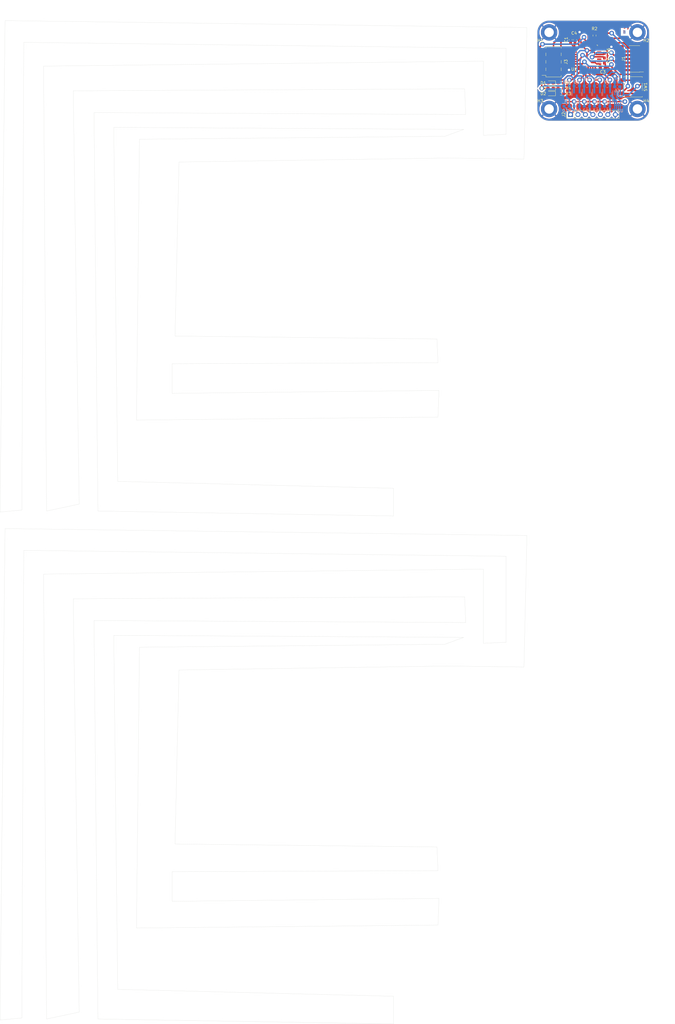
<source format=kicad_pcb>
(kicad_pcb (version 20221018) (generator pcbnew)
  (layers (0 "F.Cu" signal) (31 "B.Cu" signal) (34 "B.Paste" user) (35 "F.Paste" user) (36 "B.SilkS" user "B.Silkscreen") (37 "F.SilkS" user "F.Silkscreen") (38 "B.Mask" user) (39 "F.Mask" user) (44 "Edge.Cuts" user))
  (net 0 "")
  (net 1 "+5V-v2-")
  (net 2 "GND-v2-")
  (net 3 "+3.3V-v2-")
  (net 4 "Net-(D1-K)-v2-")
  (net 6 "Net-(D3-K)-v2-")
  (net 7 "Status_LED-v2-")
  (net 8 "Data_Clock_SNES-v2-")
  (net 9 "Data_Latch_SNES-v2-")
  (net 10 "Net-(D2-K)-v2-")
  (net 11 "Serial_Data1_SNES-v2-")
  (net 12 "Serial_Data2_SNES-v2-")
  (net 13 "SPI_Chip_Select-v2-")
  (net 14 "Chip_Enable-v2-")
  (net 15 "SPI_Digital_Input-v2-")
  (net 16 "SPI_Clock-v2-")
  (net 17 "SPI_Digital_Output-v2-")
  (net 18 "IOBit_SNES-v2-")
  (net 19 "Data_Clock_STM32-v2-")
  (net 20 "Data_Latch_STM32-v2-")
  (net 21 "Appairing_Btn-v2-")
  (net 22 "Net-(U2-BP)-v2-")
  (net 23 "SWDIO-v2-")
  (net 24 "SWDCK-v2-")
  (net 27 "NRST-v2-")
  (net 28 "USART2_RX-v2-")
  (net 29 "USART2_TX-v2-")
  (net 30 "Serial_Data1_STM32-v2-")
  (net 31 "IOBit_STM32-v2-")
  (net 32 "Serial_Data2_STM32-v2-")
  (footprint "Package_QFP:LQFP-32_7x7mm_P0.8mm" (layer "F.Cu") (at 200.6 13.15 180)
    (fp_text reference "U1")
    (fp_text value "STM32L412KBTx")
  )
  (footprint "Capacitor_SMD:C_0603_1608Metric_Pad1.08x0.95mm_HandSolder" (layer "F.Cu") (at 195.05 7.75 90)
    (fp_text reference "C1")
    (fp_text value "10u")
  )
  (footprint "Connector_PinHeader_1.27mm:PinHeader_2x07_P1.27mm_Vertical_SMD" (layer "F.Cu") (at 216.75 14.25 180)
    (fp_text reference "J1")
    (fp_text value "Conn_02x07_Odd_Even")
  )
  (footprint "MountingHole:MountingHole_3.2mm_M3_DIN965_Pad" (layer "F.Cu") (at 187.75 31.25)
    (fp_text reference "H3")
    (fp_text value "MountingHole_Pad")
  )
  (footprint "Capacitor_SMD:C_0603_1608Metric_Pad1.08x0.95mm_HandSolder" (layer "F.Cu") (at 206.0025 17.19)
    (fp_text reference "C3")
    (fp_text value "100n")
  )
  (footprint "Capacitor_SMD:C_0603_1608Metric_Pad1.08x0.95mm_HandSolder" (layer "F.Cu") (at 206.51 14.8025 90)
    (fp_text reference "C2")
    (fp_text value "100n")
  )
  (footprint "MountingHole:MountingHole_3.2mm_M3_DIN965_Pad" (layer "F.Cu") (at 217.75 31.25)
    (fp_text reference "H4")
    (fp_text value "MountingHole_Pad")
  )
  (footprint "Diode_SMD:D_0603_1608Metric_Pad1.05x0.95mm_HandSolder" (layer "F.Cu") (at 188.26875 26.05 180)
    (fp_text reference "D2")
    (fp_text value "LED_Small")
  )
  (footprint "Connector_PinHeader_2.54mm:PinHeader_1x07_P2.54mm_Vertical" (layer "F.Cu") (at 195 33.15 90)
    (fp_text reference "J2")
    (fp_text value "Conn_01x07_Socket")
  )
  (footprint "MountingHole:MountingHole_3.2mm_M3_DIN965_Pad" (layer "F.Cu") (at 187.75 5.25)
    (fp_text reference "H1")
    (fp_text value "MountingHole_Pad")
  )
  (footprint "Connector_PinSocket_2.54mm:PinSocket_2x04_P2.54mm_Vertical_SMD" (layer "F.Cu") (at 189.25 15.25 180)
    (fp_text reference "J3")
    (fp_text value "Conn_01x08_Socket")
  )
  (footprint "Capacitor_SMD:C_0603_1608Metric_Pad1.08x0.95mm_HandSolder" (layer "F.Cu") (at 196.55 7.75 90)
    (fp_text reference "C4")
    (fp_text value "100n")
  )
  (footprint "Resistor_SMD:R_0603_1608Metric_Pad0.98x0.95mm_HandSolder" (layer "F.Cu") (at 191.76875 22.45)
    (fp_text reference "R1")
    (fp_text value "1k")
  )
  (footprint "Resistor_SMD:R_0603_1608Metric_Pad0.98x0.95mm_HandSolder" (layer "F.Cu") (at 203.17 6.32 90)
    (fp_text reference "R2")
    (fp_text value "10k")
  )
  (footprint "Diode_SMD:D_0603_1608Metric_Pad1.05x0.95mm_HandSolder" (layer "F.Cu") (at 188.26875 22.45 180)
    (fp_text reference "D1")
    (fp_text value "LED_Small")
  )
  (footprint "MountingHole:MountingHole_3.2mm_M3_DIN965_Pad" (layer "F.Cu") (at 217.75 5.25)
    (fp_text reference "H2")
    (fp_text value "MountingHole_Pad")
  )
  (footprint "Button_Switch_SMD:SW_SPST_B3S-1000" (layer "F.Cu") (at 216.25 23.75 180)
    (fp_text reference "SW1")
    (fp_text value "SW_SPST")
  )
  (footprint "Capacitor_SMD:C_0603_1608Metric_Pad1.08x0.95mm_HandSolder" (layer "F.Cu") (at 206.51 11.5 90)
    (fp_text reference "C5")
    (fp_text value "100n")
  )
  (footprint "Resistor_SMD:R_0603_1608Metric_Pad0.98x0.95mm_HandSolder" (layer "F.Cu") (at 191.76875 26.05)
    (fp_text reference "R3")
    (fp_text value "1k")
  )
  (footprint "Diode_SMD:D_0603_1608Metric_Pad1.05x0.95mm_HandSolder" (layer "F.Cu") (at 188.26875 24.25 180)
    (fp_text reference "D3")
    (fp_text value "LED")
  )
  (footprint "Resistor_SMD:R_0603_1608Metric_Pad0.98x0.95mm_HandSolder" (layer "F.Cu") (at 191.76875 24.25)
    (fp_text reference "R4")
    (fp_text value "1k")
  )
  (footprint "Package_TO_SOT_SMD:SOT-23" (layer "B.Cu") (at 193.7 26.15 -90)
    (fp_text reference "Q1")
    (fp_text value "2N7002")
  )
  (footprint "Capacitor_SMD:C_0603_1608Metric_Pad1.08x0.95mm_HandSolder" (layer "B.Cu") (at 210.9 22.2 180)
    (fp_text reference "C7")
    (fp_text value "2.2u")
  )
  (footprint "Package_TO_SOT_SMD:SOT-23" (layer "B.Cu") (at 200.6 26.15 -90)
    (fp_text reference "Q3")
    (fp_text value "2N7002")
  )
  (footprint "Resistor_SMD:R_0603_1608Metric_Pad0.98x0.95mm_HandSolder" (layer "B.Cu") (at 207.5 23.45)
    (fp_text reference "R9")
    (fp_text value "10k")
  )
  (footprint "Package_SO:MSOP-8_3x3mm_P0.65mm" (layer "B.Cu") (at 211.0125 27.9 -90)
    (fp_text reference "U2")
    (fp_text value "MIC5219-3.3YMM")
  )
  (footprint "Resistor_SMD:R_0603_1608Metric_Pad0.98x0.95mm_HandSolder" (layer "B.Cu") (at 207.5 30.35)
    (fp_text reference "R14")
    (fp_text value "10k")
  )
  (footprint "Package_TO_SOT_SMD:SOT-23" (layer "B.Cu") (at 197.15 26.15 -90)
    (fp_text reference "Q2")
    (fp_text value "2N7002")
  )
  (footprint "Resistor_SMD:R_0603_1608Metric_Pad0.98x0.95mm_HandSolder" (layer "B.Cu") (at 204.05 23.45)
    (fp_text reference "R8")
    (fp_text value "10k")
  )
  (footprint "Resistor_SMD:R_0603_1608Metric_Pad0.98x0.95mm_HandSolder" (layer "B.Cu") (at 200.6 30.35)
    (fp_text reference "R12")
    (fp_text value "10k")
  )
  (footprint "Package_TO_SOT_SMD:SOT-23" (layer "B.Cu") (at 207.5 26.15 -90)
    (fp_text reference "Q5")
    (fp_text value "2N7002")
  )
  (footprint "Resistor_SMD:R_0603_1608Metric_Pad0.98x0.95mm_HandSolder" (layer "B.Cu") (at 197.15 30.35)
    (fp_text reference "R11")
    (fp_text value "10k")
  )
  (footprint "Resistor_SMD:R_0603_1608Metric_Pad0.98x0.95mm_HandSolder" (layer "B.Cu") (at 204.05 30.35)
    (fp_text reference "R13")
    (fp_text value "10k")
  )
  (footprint "Resistor_SMD:R_0603_1608Metric_Pad0.98x0.95mm_HandSolder" (layer "B.Cu") (at 193.7 23.45)
    (fp_text reference "R5")
    (fp_text value "10k")
  )
  (footprint "Capacitor_SMD:C_0603_1608Metric_Pad1.08x0.95mm_HandSolder" (layer "B.Cu") (at 210.9 23.7 180)
    (fp_text reference "C6")
    (fp_text value "470p")
  )
  (footprint "Resistor_SMD:R_0603_1608Metric_Pad0.98x0.95mm_HandSolder" (layer "B.Cu") (at 200.6 23.45)
    (fp_text reference "R7")
    (fp_text value "10k")
  )
  (footprint "Resistor_SMD:R_0603_1608Metric_Pad0.98x0.95mm_HandSolder" (layer "B.Cu") (at 193.7 30.35)
    (fp_text reference "R10")
    (fp_text value "10k")
  )
  (footprint "Package_TO_SOT_SMD:SOT-23" (layer "B.Cu") (at 204.05 26.15 -90)
    (fp_text reference "Q4")
    (fp_text value "2N7002")
  )
  (footprint "Resistor_SMD:R_0603_1608Metric_Pad0.98x0.95mm_HandSolder" (layer "B.Cu") (at 197.15 23.45)
    (fp_text reference "R6")
    (fp_text value "10k")
  )
  (gr_line (start 149.999937 289.92989) (end 149.659937 281.86989) (stroke (width 0.05)) (layer "Edge.Cuts"))
  (gr_line (start 59.679937 290.25989) (end 149.999937 289.92989) (stroke (width 0.05)) (layer "Edge.Cuts"))
  (gr_line (start 47.589937 136.89989) (end 149.999937 135.88989) (stroke (width 0.05)) (layer "Edge.Cuts"))
  (gr_line (start 41.209937 330.21989) (end 39.869937 210.00989) (stroke (width 0.05)) (layer "Edge.Cuts"))
  (gr_line (start 34.489937 340.28989) (end 134.889937 341.96989) (stroke (width 0.05)) (layer "Edge.Cuts"))
  (gr_line (start 165.439937 212.69989) (end 165.439937 187.51989) (stroke (width 0.05)) (layer "Edge.Cuts"))
  (gr_line (start 173.159937 183.14989) (end 173.159937 212.35989) (stroke (width 0.05)) (layer "Edge.Cuts"))
  (gr_line (start 39.869937 210.00989) (end 158.729937 210.68989) (stroke (width 0.05)) (layer "Edge.Cuts"))
  (gr_line (start 48.599937 41.53989) (end 47.589937 136.89989) (stroke (width 0.05)) (layer "Edge.Cuts"))
  (gr_line (start 16.029937 16.69989) (end 17.039937 167.78989) (stroke (width 0.05)) (layer "Edge.Cuts"))
  (gr_line (start 150.329937 126.82989) (end 59.679937 127.82989) (stroke (width 0.05)) (layer "Edge.Cuts"))
  (gr_line (start 26.099937 25.08989) (end 159.059937 24.41989) (stroke (width 0.05)) (layer "Edge.Cuts"))
  (gr_line (start 153.019937 220.41989) (end 179.209937 220.75989) (stroke (width 0.05)) (layer "Edge.Cuts"))
  (gr_line (start 165.439937 187.51989) (end 16.029937 189.19989) (stroke (width 0.05)) (layer "Edge.Cuts"))
  (gr_line (start 221.75 5.25) (end 221.75 31.25) (stroke (width 0.1)) (layer "Edge.Cuts"))
  (gr_line (start 1.249937 168.12989) (end 8.639937 167.44989) (stroke (width 0.05)) (layer "Edge.Cuts"))
  (gr_line (start 159.399937 205.64989) (end 33.149937 204.97989) (stroke (width 0.05)) (layer "Edge.Cuts"))
  (gr_line (start 59.679937 127.82989) (end 59.679937 117.75989) (stroke (width 0.05)) (layer "Edge.Cuts"))
  (gr_line (start 179.209937 48.25989) (end 180.219937 3.59989) (stroke (width 0.05)) (layer "Edge.Cuts"))
  (gr_line (start 17.039937 340.28989) (end 28.119937 337.93989) (stroke (width 0.05)) (layer "Edge.Cuts"))
  (gr_line (start 173.159937 39.85989) (end 165.439937 40.19989) (stroke (width 0.05)) (layer "Edge.Cuts"))
  (gr_line (start 134.889937 169.46989) (end 134.889937 160.06989) (stroke (width 0.05)) (layer "Edge.Cuts"))
  (gr_line (start 26.099937 197.58989) (end 159.059937 196.91989) (stroke (width 0.05)) (layer "Edge.Cuts"))
  (gr_line (start 149.999937 135.88989) (end 150.329937 126.82989) (stroke (width 0.05)) (layer "Edge.Cuts"))
  (gr_line (start 1.249937 340.62989) (end 8.639937 339.94989) (stroke (width 0.05)) (layer "Edge.Cuts"))
  (gr_line (start 158.729937 38.18989) (end 152.349937 40.53989) (stroke (width 0.05)) (layer "Edge.Cuts"))
  (gr_line (start 62.029937 49.26989) (end 153.019937 47.91989) (stroke (width 0.05)) (layer "Edge.Cuts"))
  (gr_line (start 9.309937 181.13989) (end 173.159937 183.14989) (stroke (width 0.05)) (layer "Edge.Cuts"))
  (gr_line (start 59.679937 117.75989) (end 149.999937 117.42989) (stroke (width 0.05)) (layer "Edge.Cuts"))
  (gr_line (start 180.219937 176.09989) (end 2.929937 173.74989) (stroke (width 0.05)) (layer "Edge.Cuts"))
  (gr_line (start 41.209937 157.71989) (end 39.869937 37.50989) (stroke (width 0.05)) (layer "Edge.Cuts"))
  (gr_line (start 39.869937 37.50989) (end 158.729937 38.18989) (stroke (width 0.05)) (layer "Edge.Cuts"))
  (gr_arc (start 221.75 31.25) (mid 220.578427 34.078427) (end 217.75 35.25) (stroke (width 0.1)) (layer "Edge.Cuts"))
  (gr_line (start 159.059937 24.41989) (end 159.399937 33.14989) (stroke (width 0.05)) (layer "Edge.Cuts"))
  (gr_line (start 62.029937 221.76989) (end 153.019937 220.41989) (stroke (width 0.05)) (layer "Edge.Cuts"))
  (gr_line (start 48.599937 214.03989) (end 47.589937 309.39989) (stroke (width 0.05)) (layer "Edge.Cuts"))
  (gr_arc (start 187.75 35.25) (mid 184.921573 34.078427) (end 183.75 31.25) (stroke (width 0.1)) (layer "Edge.Cuts"))
  (gr_line (start 173.159937 212.35989) (end 165.439937 212.69989) (stroke (width 0.05)) (layer "Edge.Cuts"))
  (gr_arc (start 217.75 1.25) (mid 220.578427 2.421573) (end 221.75 5.25) (stroke (width 0.1)) (layer "Edge.Cuts"))
  (gr_line (start 134.889937 160.06989) (end 41.209937 157.71989) (stroke (width 0.05)) (layer "Edge.Cuts"))
  (gr_line (start 179.209937 220.75989) (end 180.219937 176.09989) (stroke (width 0.05)) (layer "Edge.Cuts"))
  (gr_line (start 217.75 35.25) (end 187.75 35.25) (stroke (width 0.1)) (layer "Edge.Cuts"))
  (gr_line (start 165.439937 15.01989) (end 16.029937 16.69989) (stroke (width 0.05)) (layer "Edge.Cuts"))
  (gr_line (start 60.679937 108.35989) (end 62.029937 49.26989) (stroke (width 0.05)) (layer "Edge.Cuts"))
  (gr_line (start 183.75 31.25) (end 183.75 5.25) (stroke (width 0.1)) (layer "Edge.Cuts"))
  (gr_line (start 150.329937 299.32989) (end 59.679937 300.32989) (stroke (width 0.05)) (layer "Edge.Cuts"))
  (gr_line (start 152.349937 213.03989) (end 48.599937 214.03989) (stroke (width 0.05)) (layer "Edge.Cuts"))
  (gr_line (start 47.589937 309.39989) (end 149.999937 308.38989) (stroke (width 0.05)) (layer "Edge.Cuts"))
  (gr_line (start 28.119937 337.93989) (end 26.099937 197.58989) (stroke (width 0.05)) (layer "Edge.Cuts"))
  (gr_line (start 16.029937 189.19989) (end 17.039937 340.28989) (stroke (width 0.05)) (layer "Edge.Cuts"))
  (gr_line (start 33.149937 32.47989) (end 34.489937 167.78989) (stroke (width 0.05)) (layer "Edge.Cuts"))
  (gr_line (start 152.349937 40.53989) (end 48.599937 41.53989) (stroke (width 0.05)) (layer "Edge.Cuts"))
  (gr_line (start 2.929937 173.74989) (end 1.249937 340.62989) (stroke (width 0.05)) (layer "Edge.Cuts"))
  (gr_line (start 149.659937 109.36989) (end 60.679937 108.35989) (stroke (width 0.05)) (layer "Edge.Cuts"))
  (gr_line (start 187.75 1.25) (end 217.75 1.25) (stroke (width 0.1)) (layer "Edge.Cuts"))
  (gr_line (start 159.059937 196.91989) (end 159.399937 205.64989) (stroke (width 0.05)) (layer "Edge.Cuts"))
  (gr_line (start 149.659937 281.86989) (end 60.679937 280.85989) (stroke (width 0.05)) (layer "Edge.Cuts"))
  (gr_line (start 9.309937 8.63989) (end 173.159937 10.64989) (stroke (width 0.05)) (layer "Edge.Cuts"))
  (gr_line (start 165.439937 40.19989) (end 165.439937 15.01989) (stroke (width 0.05)) (layer "Edge.Cuts"))
  (gr_line (start 8.639937 339.94989) (end 9.309937 181.13989) (stroke (width 0.05)) (layer "Edge.Cuts"))
  (gr_arc (start 183.75 5.25) (mid 184.921573 2.421573) (end 187.75 1.25) (stroke (width 0.1)) (layer "Edge.Cuts"))
  (gr_line (start 159.399937 33.14989) (end 33.149937 32.47989) (stroke (width 0.05)) (layer "Edge.Cuts"))
  (gr_line (start 34.489937 167.78989) (end 134.889937 169.46989) (stroke (width 0.05)) (layer "Edge.Cuts"))
  (gr_line (start 33.149937 204.97989) (end 34.489937 340.28989) (stroke (width 0.05)) (layer "Edge.Cuts"))
  (gr_line (start 173.159937 10.64989) (end 173.159937 39.85989) (stroke (width 0.05)) (layer "Edge.Cuts"))
  (gr_line (start 60.679937 280.85989) (end 62.029937 221.76989) (stroke (width 0.05)) (layer "Edge.Cuts"))
  (gr_line (start 149.999937 117.42989) (end 149.659937 109.36989) (stroke (width 0.05)) (layer "Edge.Cuts"))
  (gr_line (start 8.639937 167.44989) (end 9.309937 8.63989) (stroke (width 0.05)) (layer "Edge.Cuts"))
  (gr_line (start 17.039937 167.78989) (end 28.119937 165.43989) (stroke (width 0.05)) (layer "Edge.Cuts"))
  (gr_line (start 134.889937 341.96989) (end 134.889937 332.56989) (stroke (width 0.05)) (layer "Edge.Cuts"))
  (gr_line (start 28.119937 165.43989) (end 26.099937 25.08989) (stroke (width 0.05)) (layer "Edge.Cuts"))
  (gr_line (start 153.019937 47.91989) (end 179.209937 48.25989) (stroke (width 0.05)) (layer "Edge.Cuts"))
  (gr_line (start 149.999937 308.38989) (end 150.329937 299.32989) (stroke (width 0.05)) (layer "Edge.Cuts"))
  (gr_line (start 180.219937 3.59989) (end 2.929937 1.24989) (stroke (width 0.05)) (layer "Edge.Cuts"))
  (gr_line (start 2.929937 1.24989) (end 1.249937 168.12989) (stroke (width 0.05)) (layer "Edge.Cuts"))
  (gr_line (start 59.679937 300.32989) (end 59.679937 290.25989) (stroke (width 0.05)) (layer "Edge.Cuts"))
  (gr_line (start 134.889937 332.56989) (end 41.209937 330.21989) (stroke (width 0.05)) (layer "Edge.Cuts"))
  (gr_line (start 158.729937 210.68989) (end 152.349937 213.03989) (stroke (width 0.05)) (layer "Edge.Cuts"))
  (gr_text "SNES Plug" (at 205.75 3.75) (layer "F.Cu") (effects (font (size 1 1)) (justify left bottom)))
  (gr_text "T" (at 212.75 5.75) (layer "F.Cu") (effects (font (size 1 1)) (justify left bottom)))
  (gr_text "B" (at 212.75 5.75) (layer "B.Cu") (effects (font (size 1 1)) (justify left bottom)))
  (segment (start 196.2375 31.9125) (end 195 33.15) (width 0.5) (layer "F.Cu") (net 1))
  (segment (start 203.1375 28.75) (end 199.6875 28.75) (width 0.5) (layer "F.Cu") (net 1))
  (segment (start 203.1375 28.75) (end 206.5875 28.75) (width 0.5) (layer "F.Cu") (net 1))
  (segment (start 187.39375 26.084561) (end 188.809189 27.5) (width 0.5) (layer "F.Cu") (net 1))
  (segment (start 196.2375 28.75) (end 199.6875 28.75) (width 0.3) (layer "F.Cu") (net 1))
  (segment (start 187.39375 26.05) (end 187.39375 26.084561) (width 0.5) (layer "F.Cu") (net 1))
  (segment (start 191.5 28.75) (end 196.2375 28.75) (width 0.5) (layer "F.Cu") (net 1))
  (segment (start 206.5875 28.75) (end 213.5 28.75) (width 0.5) (layer "F.Cu") (net 1))
  (segment (start 190.25 27.5) (end 191.5 28.75) (width 0.5) (layer "F.Cu") (net 1))
  (segment (start 188.809189 27.5) (end 190.25 27.5) (width 0.5) (layer "F.Cu") (net 1))
  (segment (start 196.2375 28.75) (end 196.2375 31.9125) (width 0.5) (layer "F.Cu") (net 1))
  (via (at 206.5875 28.75) (size 1.6) (drill 0.8) (layers "F.Cu" "B.Cu") (net 1))
  (via (at 196.2375 28.75) (size 1.6) (drill 0.8) (layers "F.Cu" "B.Cu") (net 1))
  (via (at 213.5 28.75) (size 1.6) (drill 0.8) (layers "F.Cu" "B.Cu") (net 1))
  (via (at 203.1375 28.75) (size 1.6) (drill 0.8) (layers "F.Cu" "B.Cu") (net 1))
  (via (at 199.6875 28.75) (size 1.6) (drill 0.8) (layers "F.Cu" "B.Cu") (net 1))
  (segment (start 210.6875 25.7875) (end 210.6875 27.230761) (width 0.3) (layer "B.Cu") (net 1))
  (segment (start 195 33.15) (end 195 32.5625) (width 0.5) (layer "B.Cu") (net 1))
  (segment (start 213.4 28.65) (end 212.106739 28.65) (width 0.5) (layer "B.Cu") (net 1))
  (segment (start 195 32.5625) (end 192.7875 30.35) (width 0.5) (layer "B.Cu") (net 1))
  (segment (start 199.6875 28.75) (end 199.6875 30.35) (width 0.5) (layer "B.Cu") (net 1))
  (segment (start 213.5 28.75) (end 213.4 28.65) (width 0.5) (layer "B.Cu") (net 1))
  (segment (start 196.2375 30.35) (end 196.2375 28.75) (width 0.5) (layer "B.Cu") (net 1))
  (segment (start 206.5875 28.75) (end 206.5875 30.35) (width 0.5) (layer "B.Cu") (net 1))
  (segment (start 203.1375 28.75) (end 203.1375 30.35) (width 0.5) (layer "B.Cu") (net 1))
  (segment (start 212.106739 28.65) (end 210.6875 27.230761) (width 0.5) (layer "B.Cu") (net 1))
  (segment (start 208.411689 10.6375) (end 206.51 10.6375) (width 0.5) (layer "F.Cu") (net 2))
  (segment (start 194.5 18) (end 193.44 19.06) (width 0.5) (layer "F.Cu") (net 2))
  (segment (start 196.55 6.8875) (end 196.55 6.7) (width 0.5) (layer "F.Cu") (net 2))
  (segment (start 197.8 5.45) (end 197.8 8.975) (width 0.5) (layer "F.Cu") (net 2))
  (segment (start 206.51 15.591193) (end 207.535 14.566193) (width 0.5) (layer "F.Cu") (net 2))
  (segment (start 208.899189 10.15) (end 208.411689 10.6375) (width 0.5) (layer "F.Cu") (net 2))
  (segment (start 206.51 15.665) (end 206.51 15.591193) (width 0.5) (layer "F.Cu") (net 2))
  (segment (start 207.535 14.566193) (end 207.535 11.6625) (width 0.5) (layer "F.Cu") (net 2))
  (segment (start 196.55 6.7) (end 198.1 5.15) (width 0.5) (layer "F.Cu") (net 2))
  (segment (start 195.05 6.8875) (end 196.55 6.8875) (width 0.5) (layer "F.Cu") (net 2))
  (segment (start 203.4 17.325) (end 204.29 18.215) (width 0.5) (layer "F.Cu") (net 2))
  (segment (start 206.865 17.19) (end 206.865 16.02) (width 0.5) (layer "F.Cu") (net 2))
  (segment (start 207.535 11.6625) (end 206.51 10.6375) (width 0.5) (layer "F.Cu") (net 2))
  (segment (start 205.84 18.215) (end 206.865 17.19) (width 0.5) (layer "F.Cu") (net 2))
  (segment (start 204.29 18.215) (end 205.84 18.215) (width 0.5) (layer "F.Cu") (net 2))
  (segment (start 193.44 19.06) (end 191.77 19.06) (width 0.5) (layer "F.Cu") (net 2))
  (segment (start 198.1 5.15) (end 197.8 5.45) (width 0.5) (layer "F.Cu") (net 2))
  (segment (start 206.865 16.02) (end 206.51 15.665) (width 0.5) (layer "F.Cu") (net 2))
  (via (at 198.1 5.15) (size 1.6) (drill 0.8) (layers "F.Cu" "B.Cu") (net 2))
  (via (at 208.899189 10.15) (size 1.6) (drill 0.8) (layers "F.Cu" "B.Cu") (net 2))
  (via (at 194.5 18) (size 1.6) (drill 0.8) (layers "F.Cu" "B.Cu") (net 2))
  (via (at 210.0375 20.15) (size 1.6) (drill 0.8) (layers "F.Cu" "B.Cu") (net 2))
  (segment (start 206.15 10.15) (end 201.15 5.15) (width 0.5) (layer "B.Cu") (net 2))
  (segment (start 210.0375 20.1875) (end 210 20.15) (width 0.5) (layer "B.Cu") (net 2))
  (segment (start 208.899189 10.15) (end 206.15 10.15) (width 0.5) (layer "B.Cu") (net 2))
  (segment (start 210.0375 22.2) (end 210.0375 23.7) (width 0.5) (layer "B.Cu") (net 2))
  (segment (start 210.0375 22.2) (end 210.0375 20.15) (width 0.5) (layer "B.Cu") (net 2))
  (segment (start 201.15 5.15) (end 198.1 5.15) (width 0.5) (layer "B.Cu") (net 2))
  (segment (start 206.51 12.3625) (end 206.1225 12.75) (width 0.5) (layer "F.Cu") (net 3))
  (segment (start 203.870406 15.95) (end 203.420406 15.5) (width 0.5) (layer "F.Cu") (net 3))
  (segment (start 200.6 13.809189) (end 200.6 11.4) (width 0.5) (layer "F.Cu") (net 3))
  (segment (start 204.775 15.95) (end 203.870406 15.95) (width 0.5) (layer "F.Cu") (net 3))
  (segment (start 185.25 24.25) (end 185.25 20.54) (width 0.5) (layer "F.Cu") (net 3))
  (segment (start 218.225 23.5) (end 220.225 21.5) (width 0.5) (layer "F.Cu") (net 3))
  (segment (start 203.75 12.75) (end 202.4 11.4) (width 0.5) (layer "F.Cu") (net 3))
  (segment (start 185.25 20.54) (end 186.73 19.06) (width 0.5) (layer "F.Cu") (net 3))
  (segment (start 202.290811 15.5) (end 200.6 13.809189) (width 0.5) (layer "F.Cu") (net 3))
  (segment (start 195.05 8.6125) (end 195.05 8.975) (width 0.5) (layer "F.Cu") (net 3))
  (segment (start 202.4 11.4) (end 200.6 11.4) (width 0.5) (layer "F.Cu") (net 3))
  (segment (start 220.75 20.975) (end 220.75 17.14) (width 0.5) (layer "F.Cu") (net 3))
  (segment (start 199.55 10.35) (end 196.425 10.35) (width 0.5) (layer "F.Cu") (net 3))
  (segment (start 218.7 16.79) (end 220.4 16.79) (width 0.5) (layer "F.Cu") (net 3))
  (segment (start 220.225 21.5) (end 220.75 20.975) (width 0.5) (layer "F.Cu") (net 3))
  (segment (start 205.14 17.19) (end 205.14 16.315) (width 0.5) (layer "F.Cu") (net 3))
  (segment (start 196.425 10.35) (end 196.425 8.7375) (width 0.5) (layer "F.Cu") (net 3))
  (segment (start 200.6 11.4) (end 199.55 10.35) (width 0.5) (layer "F.Cu") (net 3))
  (segment (start 196.425 8.7375) (end 196.55 8.6125) (width 0.5) (layer "F.Cu") (net 3))
  (segment (start 203.420406 15.5) (end 202.290811 15.5) (width 0.5) (layer "F.Cu") (net 3))
  (segment (start 195.05 8.975) (end 196.425 10.35) (width 0.5) (layer "F.Cu") (net 3))
  (segment (start 204.775 12.75) (end 203.75 12.75) (width 0.5) (layer "F.Cu") (net 3))
  (segment (start 187.39375 24.25) (end 185.25 24.25) (width 0.5) (layer "F.Cu") (net 3))
  (segment (start 212.275 21.5) (end 220.225 21.5) (width 0.5) (layer "F.Cu") (net 3))
  (segment (start 220.4 16.79) (end 220.75 17.14) (width 0.5) (layer "F.Cu") (net 3))
  (segment (start 206.1225 12.75) (end 204.775 12.75) (width 0.5) (layer "F.Cu") (net 3))
  (segment (start 217.75 23.5) (end 218.225 23.5) (width 0.5) (layer "F.Cu") (net 3))
  (segment (start 205.14 16.315) (end 204.775 15.95) (width 0.5) (layer "F.Cu") (net 3))
  (via (at 200.6 11.4) (size 1.6) (drill 0.8) (layers "F.Cu" "B.Cu") (net 3))
  (via (at 185.25 24.25) (size 1.6) (drill 0.8) (layers "F.Cu" "B.Cu") (net 3))
  (via (at 217.75 23.5) (size 1.6) (drill 0.8) (layers "F.Cu" "B.Cu") (net 3))
  (segment (start 196.2 23.4875) (end 196.2375 23.45) (width 0.5) (layer "B.Cu") (net 3))
  (segment (start 206.55 23.4875) (end 206.5875 23.45) (width 0.5) (layer "B.Cu") (net 3))
  (segment (start 206.5875 23.45) (end 206.5875 21.115811) (width 0.5) (layer "B.Cu") (net 3))
  (segment (start 213 26.506739) (end 213 22.75) (width 0.5) (layer "B.Cu") (net 3))
  (segment (start 196.2 25.2125) (end 196.2 23.4875) (width 0.5) (layer "B.Cu") (net 3))
  (segment (start 196.2375 21.115811) (end 196.2375 23.45) (width 0.5) (layer "B.Cu") (net 3))
  (segment (start 192.75 23.4875) (end 192.7875 23.45) (width 0.5) (layer "B.Cu") (net 3))
  (segment (start 192.7875 23.45) (end 192.7875 21.315811) (width 0.5) (layer "B.Cu") (net 3))
  (segment (start 197.303311 20.05) (end 196.2375 21.115811) (width 0.5) (layer "B.Cu") (net 3))
  (segment (start 213 22.75) (end 212.45 22.2) (width 0.5) (layer "B.Cu") (net 3))
  (segment (start 203.1 23.4875) (end 203.1375 23.45) (width 0.5) (layer "B.Cu") (net 3))
  (segment (start 211.3375 25.7875) (end 211.3375 26.727817) (width 0.3) (layer "B.Cu") (net 3))
  (segment (start 214.743261 26.506739) (end 213 26.506739) (width 0.5) (layer "B.Cu") (net 3))
  (segment (start 198.35 11.4) (end 197.303311 12.446689) (width 0.5) (layer "B.Cu") (net 3))
  (segment (start 208.903311 18.8) (end 206.5875 21.115811) (width 0.5) (layer "B.Cu") (net 3))
  (segment (start 200.753311 20.05) (end 202.071689 20.05) (width 0.5) (layer "B.Cu") (net 3))
  (segment (start 192.75 25.2125) (end 192.75 23.4875) (width 0.5) (layer "B.Cu") (net 3))
  (segment (start 186.05 23.45) (end 192.7875 23.45) (width 0.5) (layer "B.Cu") (net 3))
  (segment (start 199.65 23.4875) (end 199.6875 23.45) (width 0.5) (layer "B.Cu") (net 3))
  (segment (start 212.45 22.2) (end 211.7625 22.2) (width 0.5) (layer "B.Cu") (net 3))
  (segment (start 198.621689 20.05) (end 197.303311 20.05) (width 0.5) (layer "B.Cu") (net 3))
  (segment (start 206.55 25.2125) (end 206.55 23.4875) (width 0.5) (layer "B.Cu") (net 3))
  (segment (start 213 26.506739) (end 212.356739 27.15) (width 0.5) (layer "B.Cu") (net 3))
  (segment (start 214.743261 26.506739) (end 217.75 23.5) (width 0.5) (layer "B.Cu") (net 3))
  (segment (start 211.7625 22.2) (end 211.7625 19.965811) (width 0.5) (layer "B.Cu") (net 3))
  (segment (start 210.596689 18.8) (end 208.903311 18.8) (width 0.5) (layer "B.Cu") (net 3))
  (segment (start 211.3375 26.727817) (end 211.759683 27.15) (width 0.3) (layer "B.Cu") (net 3))
  (segment (start 200.6 11.4) (end 198.35 11.4) (width 0.5) (layer "B.Cu") (net 3))
  (segment (start 199.6875 21.115811) (end 198.621689 20.05) (width 0.5) (layer "B.Cu") (net 3))
  (segment (start 192.7875 21.315811) (end 194.053311 20.05) (width 0.5) (layer "B.Cu") (net 3))
  (segment (start 202.071689 20.05) (end 203.1375 21.115811) (width 0.5) (layer "B.Cu") (net 3))
  (segment (start 199.6875 23.45) (end 199.6875 21.115811) (width 0.5) (layer "B.Cu") (net 3))
  (segment (start 195.171689 20.05) (end 196.2375 21.115811) (width 0.5) (layer "B.Cu") (net 3))
  (segment (start 194.053311 20.05) (end 195.171689 20.05) (width 0.5) (layer "B.Cu") (net 3))
  (segment (start 197.303311 12.446689) (end 197.303311 20.05) (width 0.5) (layer "B.Cu") (net 3))
  (segment (start 205.521689 20.05) (end 204.203311 20.05) (width 0.5) (layer "B.Cu") (net 3))
  (segment (start 204.203311 20.05) (end 203.1375 21.115811) (width 0.5) (layer "B.Cu") (net 3))
  (segment (start 185.25 24.25) (end 186.05 23.45) (width 0.5) (layer "B.Cu") (net 3))
  (segment (start 212.356739 27.15) (end 211.759683 27.15) (width 0.5) (layer "B.Cu") (net 3))
  (segment (start 199.6875 21.115811) (end 200.753311 20.05) (width 0.5) (layer "B.Cu") (net 3))
  (segment (start 203.1 25.2125) (end 203.1 23.4875) (width 0.5) (layer "B.Cu") (net 3))
  (segment (start 206.5875 21.115811) (end 205.521689 20.05) (width 0.5) (layer "B.Cu") (net 3))
  (segment (start 199.65 25.2125) (end 199.65 23.4875) (width 0.5) (layer "B.Cu") (net 3))
  (segment (start 211.7625 19.965811) (end 210.596689 18.8) (width 0.5) (layer "B.Cu") (net 3))
  (segment (start 203.1375 21.115811) (end 203.1375 23.45) (width 0.5) (layer "B.Cu") (net 3))
  (segment (start 190.85625 22.45) (end 189.14375 22.45) (width 0.5) (layer "F.Cu") (net 4))
  (segment (start 190.85625 24.25) (end 189.14375 24.25) (width 0.5) (layer "F.Cu") (net 6))
  (segment (start 187.39375 22.45) (end 188.41875 21.425) (width 0.5) (layer "F.Cu") (net 7))
  (segment (start 195.125 20) (end 197.8 17.325) (width 0.5) (layer "F.Cu") (net 7))
  (segment (start 194 20) (end 195.125 20) (width 0.5) (layer "F.Cu") (net 7))
  (segment (start 188.41875 21.425) (end 192.575 21.425) (width 0.5) (layer "F.Cu") (net 7))
  (segment (start 192.575 21.425) (end 194 20) (width 0.5) (layer "F.Cu") (net 7))
  (segment (start 194.6125 28) (end 193.7 27.0875) (width 0.5) (layer "B.Cu") (net 8))
  (segment (start 197.54 32.54) (end 196.75 31.75) (width 0.5) (layer "B.Cu") (net 8))
  (segment (start 196.0125 31.75) (end 194.6125 30.35) (width 0.5) (layer "B.Cu") (net 8))
  (segment (start 197.54 33.15) (end 197.54 32.54) (width 0.5) (layer "B.Cu") (net 8))
  (segment (start 196.75 31.75) (end 196.0125 31.75) (width 0.5) (layer "B.Cu") (net 8))
  (segment (start 194.6125 30.35) (end 194.6125 28) (width 0.5) (layer "B.Cu") (net 8))
  (segment (start 198.0625 28) (end 197.15 27.0875) (width 0.5) (layer "B.Cu") (net 9))
  (segment (start 198.0625 31.2125) (end 200 33.15) (width 0.5) (layer "B.Cu") (net 9))
  (segment (start 198.0625 30.35) (end 198.0625 28) (width 0.5) (layer "B.Cu") (net 9))
  (segment (start 198.0625 30.35) (end 198.0625 31.2125) (width 0.5) (layer "B.Cu") (net 9))
  (segment (start 189.14375 26.05) (end 190.85625 26.05) (width 0.5) (layer "F.Cu") (net 10))
  (segment (start 201.5125 32.1625) (end 202.5 33.15) (width 0.5) (layer "B.Cu") (net 11))
  (segment (start 201.5125 28) (end 200.6 27.0875) (width 0.5) (layer "B.Cu") (net 11))
  (segment (start 201.5125 30.35) (end 201.5125 28) (width 0.5) (layer "B.Cu") (net 11))
  (segment (start 201.5125 30.35) (end 201.5125 32.1625) (width 0.5) (layer "B.Cu") (net 11))
  (segment (start 204.9625 30.35) (end 204.9625 28) (width 0.5) (layer "B.Cu") (net 12))
  (segment (start 204.9625 30.35) (end 204.9625 33.1125) (width 0.5) (layer "B.Cu") (net 12))
  (segment (start 204.9625 33.1125) (end 205 33.15) (width 0.5) (layer "B.Cu") (net 12))
  (segment (start 204.9625 28) (end 204.05 27.0875) (width 0.5) (layer "B.Cu") (net 12))
  (segment (start 193.5 15.25) (end 188 15.25) (width 0.5) (layer "F.Cu") (net 13))
  (segment (start 194 14.75) (end 193.5 15.25) (width 0.5) (layer "F.Cu") (net 13))
  (segment (start 194 12) (end 194 14.75) (width 0.5) (layer "F.Cu") (net 13))
  (segment (start 188 15.25) (end 186.73 16.52) (width 0.5) (layer "F.Cu") (net 13))
  (segment (start 196.425 11.15) (end 194.85 11.15) (width 0.5) (layer "F.Cu") (net 13))
  (segment (start 194.85 11.15) (end 194 12) (width 0.5) (layer "F.Cu") (net 13))
  (segment (start 195.520406 11.95) (end 196.425 11.95) (width 0.5) (layer "F.Cu") (net 14))
  (segment (start 191.77 16.52) (end 194.23 16.52) (width 0.5) (layer "F.Cu") (net 14))
  (segment (start 195.125 15.625) (end 195.125 12.345406) (width 0.5) (layer "F.Cu") (net 14))
  (segment (start 195.125 12.345406) (end 195.520406 11.95) (width 0.5) (layer "F.Cu") (net 14))
  (segment (start 194.23 16.52) (end 195.125 15.625) (width 0.5) (layer "F.Cu") (net 14))
  (segment (start 201 6) (end 201 8.975) (width 0.5) (layer "F.Cu") (net 15))
  (segment (start 196.486307 3.8) (end 198.8 3.8) (width 0.5) (layer "F.Cu") (net 15))
  (segment (start 191.77 8.516307) (end 196.486307 3.8) (width 0.5) (layer "F.Cu") (net 15))
  (segment (start 198.8 3.8) (end 201 6) (width 0.5) (layer "F.Cu") (net 15))
  (segment (start 191.77 11.44) (end 191.77 8.516307) (width 0.5) (layer "F.Cu") (net 15))
  (segment (start 189.25 9) (end 195.75 2.5) (width 0.5) (layer "F.Cu") (net 16))
  (segment (start 201.8 4.55) (end 201.8 8.975) (width 0.5) (layer "F.Cu") (net 16))
  (segment (start 195.75 2.5) (end 199.75 2.5) (width 0.5) (layer "F.Cu") (net 16))
  (segment (start 199.75 2.5) (end 201.8 4.55) (width 0.5) (layer "F.Cu") (net 16))
  (segment (start 191.77 13.98) (end 190.77 13.98) (width 0.5) (layer "F.Cu") (net 16))
  (segment (start 190.77 13.98) (end 189.25 12.46) (width 0.5) (layer "F.Cu") (net 16))
  (segment (start 189.25 12.46) (end 189.25 9) (width 0.5) (layer "F.Cu") (net 16))
  (segment (start 199.6 7.470406) (end 200.2 8.070406) (width 0.5) (layer "F.Cu") (net 17))
  (segment (start 184.68 10.07) (end 185.5 9.25) (width 0.5) (layer "F.Cu") (net 17))
  (segment (start 184.68 12.93) (end 184.68 10.07) (width 0.5) (layer "F.Cu") (net 17))
  (segment (start 185.73 13.98) (end 184.68 12.93) (width 0.5) (layer "F.Cu") (net 17))
  (segment (start 200.2 8.070406) (end 200.2 8.975) (width 0.5) (layer "F.Cu") (net 17))
  (segment (start 199.6 6.9) (end 199.6 7.470406) (width 0.5) (layer "F.Cu") (net 17))
  (segment (start 186.73 13.98) (end 185.73 13.98) (width 0.5) (layer "F.Cu") (net 17))
  (via (at 199.6 6.9) (size 1.6) (drill 0.8) (layers "F.Cu" "B.Cu") (net 17))
  (via (at 185.5 9.25) (size 1.6) (drill 0.8) (layers "F.Cu" "B.Cu") (net 17))
  (segment (start 197.25 9.25) (end 199.6 6.9) (width 0.5) (layer "B.Cu") (net 17))
  (segment (start 185.5 9.25) (end 197.25 9.25) (width 0.5) (layer "B.Cu") (net 17))
  (segment (start 208.4125 28) (end 207.5 27.0875) (width 0.5) (layer "B.Cu") (net 18))
  (segment (start 208.4125 32.2375) (end 207.5 33.15) (width 0.5) (layer "B.Cu") (net 18))
  (segment (start 208.4125 30.35) (end 208.4125 28) (width 0.5) (layer "B.Cu") (net 18))
  (segment (start 208.4125 30.35) (end 208.4125 32.2375) (width 0.5) (layer "B.Cu") (net 18))
  (segment (start 195.429594 21.4) (end 198.6 18.229594) (width 0.5) (layer "F.Cu") (net 19))
  (segment (start 194.6125 21.4) (end 195.429594 21.4) (width 0.5) (layer "F.Cu") (net 19))
  (segment (start 198.6 18.229594) (end 198.6 17.325) (width 0.5) (layer "F.Cu") (net 19))
  (via (at 194.6125 21.4) (size 1.6) (drill 0.8) (layers "F.Cu" "B.Cu") (net 19))
  (segment (start 194.65 23.4875) (end 194.6125 23.45) (width 0.5) (layer "B.Cu") (net 19))
  (segment (start 194.65 25.2125) (end 194.65 23.4875) (width 0.5) (layer "B.Cu") (net 19))
  (segment (start 194.6125 23.45) (end 194.6125 21.4) (width 0.5) (layer "B.Cu") (net 19))
  (segment (start 198.0625 21.4) (end 199.4 20.0625) (width 0.5) (layer "F.Cu") (net 20))
  (segment (start 199.4 20.0625) (end 199.4 17.325) (width 0.5) (layer "F.Cu") (net 20))
  (via (at 198.0625 21.4) (size 1.6) (drill 0.8) (layers "F.Cu" "B.Cu") (net 20))
  (segment (start 198.0625 23.45) (end 198.0625 21.4) (width 0.5) (layer "B.Cu") (net 20))
  (segment (start 198.1 25.2125) (end 198.1 23.4875) (width 0.5) (layer "B.Cu") (net 20))
  (segment (start 198.1 23.4875) (end 198.0625 23.45) (width 0.5) (layer "B.Cu") (net 20))
  (segment (start 202.6 7.8025) (end 203.17 7.2325) (width 0.5) (layer "F.Cu") (net 21))
  (segment (start 214.5 23.5) (end 214.5 23.75) (width 0.5) (layer "F.Cu") (net 21))
  (segment (start 202.6 8.975) (end 202.6 7.8025) (width 0.5) (layer "F.Cu") (net 21))
  (segment (start 214.5 23.75) (end 212.275 25.975) (width 0.5) (layer "F.Cu") (net 21))
  (segment (start 220.225 26) (end 212.275 26) (width 0.5) (layer "F.Cu") (net 21))
  (segment (start 209 5.5) (end 204.9025 5.5) (width 0.5) (layer "F.Cu") (net 21))
  (segment (start 212.275 25.975) (end 212.275 26) (width 0.5) (layer "F.Cu") (net 21))
  (segment (start 204.9025 5.5) (end 203.17 7.2325) (width 0.5) (layer "F.Cu") (net 21))
  (via (at 214.5 23.5) (size 1.6) (drill 0.8) (layers "F.Cu" "B.Cu") (net 21))
  (via (at 209 5.5) (size 1.6) (drill 0.8) (layers "F.Cu" "B.Cu") (net 21))
  (segment (start 214.5 11) (end 209 5.5) (width 0.5) (layer "B.Cu") (net 21))
  (segment (start 214.5 23.5) (end 214.5 11) (width 0.5) (layer "B.Cu") (net 21))
  (segment (start 211.9875 23.925) (end 211.7625 23.7) (width 0.3) (layer "B.Cu") (net 22))
  (segment (start 211.9875 25.7875) (end 211.9875 23.925) (width 0.3) (layer "B.Cu") (net 22))
  (segment (start 199.1 13.379594) (end 199.1 13) (width 0.5) (layer "F.Cu") (net 23))
  (segment (start 214.8 18.06) (end 212.809189 18.06) (width 0.5) (layer "F.Cu") (net 23))
  (segment (start 212.809189 18.06) (end 208.899189 14.15) (width 0.5) (layer "F.Cu") (net 23))
  (segment (start 197.329594 15.15) (end 199.1 13.379594) (width 0.5) (layer "F.Cu") (net 23))
  (segment (start 196.425 15.15) (end 197.329594 15.15) (width 0.5) (layer "F.Cu") (net 23))
  (via (at 208.899189 14.15) (size 1.6) (drill 0.8) (layers "F.Cu" "B.Cu") (net 23))
  (via (at 199.1 13) (size 1.6) (drill 0.8) (layers "F.Cu" "B.Cu") (net 23))
  (segment (start 199.1 13) (end 199.75 13) (width 0.5) (layer "B.Cu") (net 23))
  (segment (start 199.75 13) (end 201.75 15) (width 0.5) (layer "B.Cu") (net 23))
  (segment (start 208.049189 15) (end 208.899189 14.15) (width 0.5) (layer "B.Cu") (net 23))
  (segment (start 201.75 15) (end 208.049189 15) (width 0.5) (layer "B.Cu") (net 23))
  (segment (start 218.7 18.06) (end 217.87 18.06) (width 0.5) (layer "F.Cu") (net 24))
  (segment (start 199.05 15.95) (end 196.425 15.95) (width 0.5) (layer "F.Cu") (net 24))
  (segment (start 217.87 18.06) (end 216.43 19.5) (width 0.5) (layer "F.Cu") (net 24))
  (segment (start 199.75 15.25) (end 199.05 15.95) (width 0.5) (layer "F.Cu") (net 24))
  (segment (start 208.899189 16.899189) (end 208.899189 16.15) (width 0.5) (layer "F.Cu") (net 24))
  (segment (start 211.5 19.5) (end 208.899189 16.899189) (width 0.5) (layer "F.Cu") (net 24))
  (segment (start 216.43 19.5) (end 211.5 19.5) (width 0.5) (layer "F.Cu") (net 24))
  (via (at 208.899189 16.15) (size 1.6) (drill 0.8) (layers "F.Cu" "B.Cu") (net 24))
  (via (at 199.75 15.25) (size 1.6) (drill 0.8) (layers "F.Cu" "B.Cu") (net 24))
  (segment (start 208.299189 16.75) (end 208.899189 16.15) (width 0.5) (layer "B.Cu") (net 24))
  (segment (start 201.25 16.75) (end 208.299189 16.75) (width 0.5) (layer "B.Cu") (net 24))
  (segment (start 199.75 15.25) (end 201.25 16.75) (width 0.5) (layer "B.Cu") (net 24))
  (segment (start 206.12 13.55) (end 204.775 13.55) (width 0.5) (layer "F.Cu") (net 27))
  (segment (start 204.775 13.55) (end 202.45 13.55) (width 0.5) (layer "F.Cu") (net 27))
  (segment (start 206.51 13.94) (end 206.12 13.55) (width 0.5) (layer "F.Cu") (net 27))
  (segment (start 209.729189 12.98) (end 208.899189 12.15) (width 0.5) (layer "F.Cu") (net 27))
  (segment (start 202.45 13.55) (end 202.35 13.65) (width 0.5) (layer "F.Cu") (net 27))
  (segment (start 214.8 12.98) (end 209.729189 12.98) (width 0.5) (layer "F.Cu") (net 27))
  (via (at 208.899189 12.15) (size 1.6) (drill 0.8) (layers "F.Cu" "B.Cu") (net 27))
  (via (at 202.35 13.65) (size 1.6) (drill 0.8) (layers "F.Cu" "B.Cu") (net 27))
  (segment (start 203.85 12.15) (end 202.35 13.65) (width 0.5) (layer "B.Cu") (net 27))
  (segment (start 208.899189 12.15) (end 203.85 12.15) (width 0.5) (layer "B.Cu") (net 27))
  (segment (start 216.75 9.72) (end 216.75 11.25) (width 0.5) (layer "F.Cu") (net 28))
  (segment (start 216.75 11.25) (end 216.29 11.71) (width 0.5) (layer "F.Cu") (net 28))
  (segment (start 214.28 7.25) (end 216.75 9.72) (width 0.5) (layer "F.Cu") (net 28))
  (segment (start 203.4 8.975) (end 205.125 7.25) (width 0.5) (layer "F.Cu") (net 28))
  (segment (start 205.125 7.25) (end 214.28 7.25) (width 0.5) (layer "F.Cu") (net 28))
  (segment (start 216.29 11.71) (end 214.8 11.71) (width 0.5) (layer "F.Cu") (net 28))
  (segment (start 213.16 8.8) (end 206.325 8.8) (width 0.5) (layer "F.Cu") (net 29))
  (segment (start 214.8 10.44) (end 213.16 8.8) (width 0.5) (layer "F.Cu") (net 29))
  (segment (start 206.325 8.8) (end 204.775 10.35) (width 0.5) (layer "F.Cu") (net 29))
  (segment (start 200.2 17.325) (end 200.2 20.0875) (width 0.5) (layer "F.Cu") (net 30))
  (segment (start 200.2 20.0875) (end 201.5125 21.4) (width 0.5) (layer "F.Cu") (net 30))
  (via (at 201.5125 21.4) (size 1.6) (drill 0.8) (layers "F.Cu" "B.Cu") (net 30))
  (segment (start 201.55 23.4875) (end 201.5125 23.45) (width 0.5) (layer "B.Cu") (net 30))
  (segment (start 201.5125 23.45) (end 201.5125 21.4) (width 0.5) (layer "B.Cu") (net 30))
  (segment (start 201.55 25.2125) (end 201.55 23.4875) (width 0.5) (layer "B.Cu") (net 30))
  (segment (start 206.5625 19.55) (end 202.789036 19.55) (width 0.5) (layer "F.Cu") (net 31))
  (segment (start 201.8 18.560964) (end 201.8 17.325) (width 0.5) (layer "F.Cu") (net 31))
  (segment (start 202.789036 19.55) (end 201.8 18.560964) (width 0.5) (layer "F.Cu") (net 31))
  (segment (start 208.4125 21.4) (end 206.5625 19.55) (width 0.5) (layer "F.Cu") (net 31))
  (via (at 208.4125 21.4) (size 1.6) (drill 0.8) (layers "F.Cu" "B.Cu") (net 31))
  (segment (start 208.45 25.2125) (end 208.45 23.4875) (width 0.5) (layer "B.Cu") (net 31))
  (segment (start 208.4125 23.45) (end 208.4125 21.4) (width 0.5) (layer "B.Cu") (net 31))
  (segment (start 208.45 23.4875) (end 208.4125 23.45) (width 0.5) (layer "B.Cu") (net 31))
  (segment (start 201 18.978311) (end 201 17.325) (width 0.5) (layer "F.Cu") (net 32))
  (segment (start 203.421689 21.4) (end 201 18.978311) (width 0.5) (layer "F.Cu") (net 32))
  (segment (start 204.9625 21.4) (end 203.421689 21.4) (width 0.5) (layer "F.Cu") (net 32))
  (via (at 204.9625 21.4) (size 1.6) (drill 0.8) (layers "F.Cu" "B.Cu") (net 32))
  (segment (start 205 23.4875) (end 204.9625 23.45) (width 0.5) (layer "B.Cu") (net 32))
  (segment (start 205 25.2125) (end 205 23.4875) (width 0.5) (layer "B.Cu") (net 32))
  (segment (start 204.9625 23.45) (end 204.9625 21.4) (width 0.5) (layer "B.Cu") (net 32))
  (zone (net 2) (net_name "GND-v2-") (layer "F.Cu") (connect_pads (clearance 0.5)) (min_thickness 0.25) (fill yes (thermal_gap 0.5) (thermal_bridge_width 0.5))
    (polygon (pts (xy 183.75 1.25) (xy 221.75 1.25) (xy 221.75 35.25) (xy 183.75 35.25)))
  )
  (zone (net 2) (net_name "GND-v2-") (layer "B.Cu") (priority 1) (connect_pads (clearance 0.5)) (min_thickness 0.25) (fill yes (thermal_gap 0.5) (thermal_bridge_width 0.5))
    (polygon (pts (xy 183.75 1.25) (xy 221.75 1.25) (xy 221.75 35.25) (xy 183.75 35.25)))
  )
)
</source>
